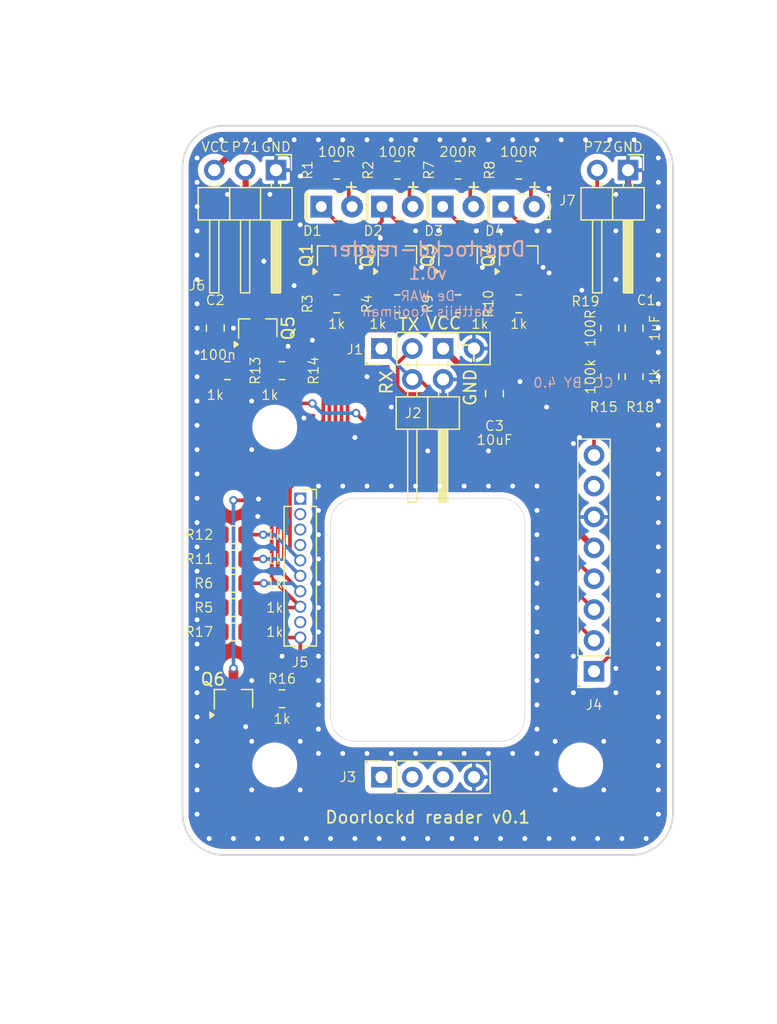
<source format=kicad_pcb>
(kicad_pcb (version 20240108) (generator "pcbnew") (generator_version "8.0")
  (layers (0 "F.Cu" signal) (31 "B.Cu" power) (34 "B.Paste" user) (35 "F.Paste" user) (36 "B.SilkS" user "B.Silkscreen") (37 "F.SilkS" user "F.Silkscreen") (38 "B.Mask" user) (39 "F.Mask" user) (44 "Edge.Cuts" user))
  (property "BOARD_REVISION" "dev")
  (property "COMPONENTS_DATE" "dev")
  (property "GIT_REVISION_INFO" "")
  (property "SHEETPATH" "N/A")
  (property "VARIANT" "")
  (net 0 "")
  (net 1 "GND")
  (net 2 "Net-(D1-K)")
  (net 3 "Net-(D1-A)")
  (net 4 "Net-(D2-K)")
  (net 5 "Net-(D2-A)")
  (net 6 "Net-(D3-K)")
  (net 7 "Net-(D3-A)")
  (net 8 "Net-(D4-K)")
  (net 9 "Net-(D4-A)")
  (net 10 "TX")
  (net 11 "RX")
  (net 12 "TX_SHIFTED")
  (net 13 "RX_SHIFTED")
  (net 14 "RSTOUT_N")
  (net 15 "IRQ")
  (net 16 "P71")
  (net 17 "P72")
  (net 18 "AUX1")
  (net 19 "AUX2")
  (net 20 "P30")
  (net 21 "P31")
  (net 22 "P32")
  (net 23 "P33")
  (net 24 "P34")
  (net 25 "SIGOUT")
  (net 26 "SIGIN")
  (net 27 "RSTPD_N")
  (net 28 "VCC")
  (net 29 "Net-(J6-Pin_2)")
  (net 30 "Net-(Q1-G)")
  (net 31 "Net-(Q2-G)")
  (net 32 "Net-(Q3-G)")
  (net 33 "Net-(Q4-G)")
  (net 34 "Net-(Q5-G)")
  (net 35 "UNUSED_VCC")
  (net 36 "Net-(Q6-G)")
  (net 37 "Net-(C1-Pad1)")
  (net 38 "Net-(J7-Pin_2)")
  (footprint "Capacitor_SMD:C_0805_2012Metric_Pad1.18x1.45mm_HandSolder" (layer "F.Cu") (at 117 78 90)
    (property "Reference" "C1")
    (property "Value" "1uF")
  )
  (footprint "LED_THT:LED_Rectangular_W5.0mm_H2.0mm" (layer "F.Cu") (at 101.23 68)
    (property "Reference" "D3")
    (property "Value" "LED")
  )
  (footprint "LED_THT:LED_Rectangular_W5.0mm_H2.0mm" (layer "F.Cu") (at 91.23 68)
    (property "Reference" "D1")
    (property "Value" "LED")
  )
  (footprint "LED_THT:LED_Rectangular_W5.0mm_H2.0mm" (layer "F.Cu") (at 96.23 68)
    (property "Reference" "D2")
    (property "Value" "LED")
  )
  (footprint "LED_THT:LED_Rectangular_W5.0mm_H2.0mm" (layer "F.Cu") (at 106.23 68)
    (property "Reference" "D4")
    (property "Value" "LED")
  )
  (footprint "Connector_PinSocket_2.54mm:PinSocket_1x04_P2.54mm_Vertical" (layer "F.Cu") (at 96.19 114.95 90)
    (property "Reference" "J3")
    (property "Value" "Conn_01x04" (hide yes))
  )
  (footprint "Connector_PinSocket_2.54mm:PinSocket_1x08_P2.54mm_Vertical" (layer "F.Cu") (at 113.7 106.24 180)
    (property "Reference" "J4")
    (property "Value" "Conn_01x08" (hide yes))
  )
  (footprint "Connector_PinSocket_1.27mm:PinSocket_1x10_P1.27mm_Vertical" (layer "F.Cu") (at 89.5 92.035)
    (property "Reference" "J5")
    (property "Value" "Conn_01x10" (hide yes))
  )
  (footprint "Connector_PinHeader_2.54mm:PinHeader_1x02_P2.54mm_Horizontal" (layer "F.Cu") (at 116.5 65 -90)
    (property "Reference" "J7")
    (property "Value" "Conn_01x02" (hide yes))
  )
  (footprint "Connector_PinHeader_2.54mm:PinHeader_1x03_P2.54mm_Horizontal" (layer "F.Cu") (at 87.5 65 -90)
    (property "Reference" "J6")
    (property "Value" "Conn_01x03" (hide yes))
  )
  (footprint "Package_TO_SOT_SMD:SOT-23_Handsoldering" (layer "F.Cu") (at 86 78 90)
    (property "Reference" "Q5")
    (property "Value" "2N7002")
  )
  (footprint "Package_TO_SOT_SMD:SOT-23_Handsoldering" (layer "F.Cu") (at 102.5 72 90)
    (property "Reference" "Q3")
    (property "Value" "2N7002")
  )
  (footprint "Package_TO_SOT_SMD:SOT-23_Handsoldering" (layer "F.Cu") (at 92.5 72 90)
    (property "Reference" "Q1")
    (property "Value" "2N7002")
  )
  (footprint "Package_TO_SOT_SMD:SOT-23_Handsoldering" (layer "F.Cu") (at 97.5 72 90)
    (property "Reference" "Q2")
    (property "Value" "2N7002")
  )
  (footprint "Package_TO_SOT_SMD:SOT-23_Handsoldering" (layer "F.Cu") (at 107.5 72 90)
    (property "Reference" "Q4")
    (property "Value" "2N7002")
  )
  (footprint "Resistor_SMD:R_0805_2012Metric_Pad1.20x1.40mm_HandSolder" (layer "F.Cu") (at 88 81.5)
    (property "Reference" "R14")
    (property "Value" "1k")
  )
  (footprint "Resistor_SMD:R_0805_2012Metric_Pad1.20x1.40mm_HandSolder" (layer "F.Cu") (at 83.5 81.5)
    (property "Reference" "R13")
    (property "Value" "1k")
  )
  (footprint "Resistor_SMD:R_0805_2012Metric_Pad1.20x1.40mm_HandSolder" (layer "F.Cu") (at 115 82 90)
    (property "Reference" "R15")
    (property "Value" "100k")
  )
  (footprint "Resistor_SMD:R_0805_2012Metric_Pad1.20x1.40mm_HandSolder" (layer "F.Cu") (at 84 97 180)
    (property "Reference" "R11")
    (property "Value" "1k")
  )
  (footprint "Resistor_SMD:R_0805_2012Metric_Pad1.20x1.40mm_HandSolder" (layer "F.Cu") (at 84 101 180)
    (property "Reference" "R5")
    (property "Value" "1k")
  )
  (footprint "Resistor_SMD:R_0805_2012Metric_Pad1.20x1.40mm_HandSolder" (layer "F.Cu") (at 102.5 76)
    (property "Reference" "R9")
    (property "Value" "1k")
  )
  (footprint "Resistor_SMD:R_0805_2012Metric_Pad1.20x1.40mm_HandSolder" (layer "F.Cu") (at 92.5 76)
    (property "Reference" "R3")
    (property "Value" "1k")
  )
  (footprint "Resistor_SMD:R_0805_2012Metric_Pad1.20x1.40mm_HandSolder" (layer "F.Cu") (at 102.5 65)
    (property "Reference" "R7")
    (property "Value" "200R")
  )
  (footprint "Resistor_SMD:R_0805_2012Metric_Pad1.20x1.40mm_HandSolder" (layer "F.Cu") (at 92.5 65)
    (property "Reference" "R1")
    (property "Value" "100R")
  )
  (footprint "Resistor_SMD:R_0805_2012Metric_Pad1.20x1.40mm_HandSolder" (layer "F.Cu") (at 84 99 180)
    (property "Reference" "R6")
    (property "Value" "1k")
  )
  (footprint "Resistor_SMD:R_0805_2012Metric_Pad1.20x1.40mm_HandSolder" (layer "F.Cu") (at 84 95 180)
    (property "Reference" "R12")
    (property "Value" "1k")
  )
  (footprint "Resistor_SMD:R_0805_2012Metric_Pad1.20x1.40mm_HandSolder" (layer "F.Cu") (at 97.5 76)
    (property "Reference" "R4")
    (property "Value" "1k")
  )
  (footprint "Resistor_SMD:R_0805_2012Metric_Pad1.20x1.40mm_HandSolder" (layer "F.Cu") (at 107.5 76)
    (property "Reference" "R10")
    (property "Value" "1k")
  )
  (footprint "Resistor_SMD:R_0805_2012Metric_Pad1.20x1.40mm_HandSolder" (layer "F.Cu") (at 97.5 65)
    (property "Reference" "R2")
    (property "Value" "100R")
  )
  (footprint "Resistor_SMD:R_0805_2012Metric_Pad1.20x1.40mm_HandSolder" (layer "F.Cu") (at 107.5 65)
    (property "Reference" "R8")
    (property "Value" "100R")
  )
  (footprint "Connector_PinHeader_2.54mm:PinHeader_2x02_P2.54mm_Horizontal" (layer "F.Cu") (at 101.27 79.68 -90)
    (property "Reference" "J2")
    (property "Value" "Amphenol Dubox ‎76383-402LF‎" (hide yes))
  )
  (footprint "MountingHole:MountingHole_3.2mm_M3" (layer "F.Cu") (at 87.4 86.15)
    (property "Reference" "H1" (hide yes))
    (property "Value" "MountingHole" (hide yes))
  )
  (footprint "MountingHole:MountingHole_3.2mm_M3" (layer "F.Cu") (at 87.4 113.95)
    (property "Reference" "H2" (hide yes))
    (property "Value" "MountingHole" (hide yes))
  )
  (footprint "MountingHole:MountingHole_3.2mm_M3" (layer "F.Cu") (at 112.6 113.95)
    (property "Reference" "H3" (hide yes))
    (property "Value" "MountingHole" (hide yes))
  )
  (footprint "Connector_PinHeader_2.54mm:PinHeader_1x04_P2.54mm_Vertical" (layer "F.Cu") (at 96.19 79.68 90)
    (property "Reference" "J1")
    (property "Value" "Conn_01x04" (hide yes))
  )
  (footprint "Package_TO_SOT_SMD:SOT-23_Handsoldering" (layer "F.Cu") (at 84 108.5 90)
    (property "Reference" "Q6")
    (property "Value" "2N7002")
  )
  (footprint "Resistor_SMD:R_0805_2012Metric_Pad1.20x1.40mm_HandSolder" (layer "F.Cu") (at 88 108.5)
    (property "Reference" "R16")
    (property "Value" "1k")
  )
  (footprint "Resistor_SMD:R_0805_2012Metric_Pad1.20x1.40mm_HandSolder" (layer "F.Cu") (at 84 103 180)
    (property "Reference" "R17")
    (property "Value" "1k")
  )
  (footprint "Capacitor_SMD:C_0805_2012Metric_Pad1.18x1.45mm_HandSolder" (layer "F.Cu") (at 82.5 78 90)
    (property "Reference" "C2")
    (property "Value" "100n")
  )
  (footprint "Capacitor_SMD:C_0805_2012Metric_Pad1.18x1.45mm_HandSolder" (layer "F.Cu") (at 105.5 83.4 -90)
    (property "Reference" "C3")
    (property "Value" "10uF")
  )
  (footprint "Resistor_SMD:R_0805_2012Metric_Pad1.20x1.40mm_HandSolder" (layer "F.Cu") (at 117 82 90)
    (property "Reference" "R18")
    (property "Value" "1k")
  )
  (footprint "Resistor_SMD:R_0805_2012Metric_Pad1.20x1.40mm_HandSolder" (layer "F.Cu") (at 115 78 90)
    (property "Reference" "R19")
    (property "Value" "100R")
  )
  (gr_line (start 103.5 79.4) (end 102.8 79.4) (stroke (width 0.15)) (layer "F.SilkS"))
  (gr_line (start 103.8 80.7) (end 103.8 80.2) (stroke (width 0.15)) (layer "F.SilkS"))
  (gr_line (start 94 92) (end 106 92) (stroke (width 0.05)) (layer "Edge.Cuts"))
  (gr_line (start 83.2 121.35) (end 116.8 121.35) (stroke (width 0.15)) (layer "Edge.Cuts"))
  (gr_arc (start 83.2 121.35) (mid 80.795837 120.354163) (end 79.8 117.95) (stroke (width 0.15)) (layer "Edge.Cuts"))
  (gr_arc (start 120.2 117.95) (mid 119.204163 120.354163) (end 116.8 121.35) (stroke (width 0.15)) (layer "Edge.Cuts"))
  (gr_line (start 79.8 64.75) (end 79.8 117.95) (stroke (width 0.15)) (layer "Edge.Cuts"))
  (gr_line (start 116.8 61.35) (end 83.2 61.35) (stroke (width 0.15)) (layer "Edge.Cuts"))
  (gr_arc (start 116.8 61.35) (mid 119.204163 62.345837) (end 120.2 64.75) (stroke (width 0.15)) (layer "Edge.Cuts"))
  (gr_arc (start 79.8 64.75) (mid 80.795837 62.345837) (end 83.2 61.35) (stroke (width 0.15)) (layer "Edge.Cuts"))
  (gr_line (start 106 112) (end 94 112) (stroke (width 0.05)) (layer "Edge.Cuts"))
  (gr_line (start 108 94) (end 108 110) (stroke (width 0.05)) (layer "Edge.Cuts"))
  (gr_arc (start 108 110) (mid 107.414214 111.414214) (end 106 112) (stroke (width 0.05)) (layer "Edge.Cuts"))
  (gr_arc (start 92 94) (mid 92.585786 92.585786) (end 94 92) (stroke (width 0.05)) (layer "Edge.Cuts"))
  (gr_line (start 120.2 117.95) (end 120.2 64.75) (stroke (width 0.15)) (layer "Edge.Cuts"))
  (gr_arc (start 106 92) (mid 107.414214 92.585786) (end 108 94) (stroke (width 0.05)) (layer "Edge.Cuts"))
  (gr_line (start 92 110) (end 92 94) (stroke (width 0.05)) (layer "Edge.Cuts"))
  (gr_arc (start 94 112) (mid 92.585786 111.414214) (end 92 110) (stroke (width 0.05)) (layer "Edge.Cuts"))
  (gr_text "De WAR\nMatthijs Kooijman" (at 100 76 0) (layer "B.SilkS") (effects (font (size 0.8 0.8) (thickness 0.1)) (justify mirror)))
  (gr_text "CC-BY 4.0" (at 112 82.5 0) (layer "B.SilkS") (effects (font (size 0.8 0.8) (thickness 0.1)) (justify mirror)))
  (gr_text "v0.1" (at 100 73.5 0) (layer "B.SilkS") (effects (font (size 1 1)) (justify mirror)))
  (gr_text "Doorlockd-reader" (at 100 71.5 0) (layer "B.SilkS") (effects (font (size 1.2 1.2) (thickness 0.17)) (justify mirror)))
  (gr_text "RX" (at 96.6 81.4 90) (layer "F.SilkS") (effects (font (size 1 1)) (justify right)))
  (gr_text "TX" (at 99.4 77.7 0) (layer "F.SilkS") (effects (font (size 1 1)) (justify right)))
  (gr_text "VCC" (at 99.8 77.6 0) (layer "F.SilkS") (effects (font (size 1 1)) (justify left)))
  (gr_text "GND" (at 116.5 63.1 0) (layer "F.SilkS") (effects (font (size 0.8 0.8) (thickness 0.1))))
  (gr_text "P72" (at 114 63.1 0) (layer "F.SilkS") (effects (font (size 0.8 0.8) (thickness 0.1))))
  (gr_text "GND" (at 87.5 63.1 0) (layer "F.SilkS") (effects (font (size 0.8 0.8) (thickness 0.1))))
  (gr_text "VCC" (at 82.5 63.1 0) (layer "F.SilkS") (effects (font (size 0.8 0.8) (thickness 0.1))))
  (gr_text "P71" (at 85 63.1 0) (layer "F.SilkS") (effects (font (size 0.8 0.8) (thickness 0.1))))
  (gr_text "Doorlockd reader v0.1" (at 100 118.25 0) (layer "F.SilkS") (effects (font (size 1 1))))
  (gr_text "+" (at 108.8 66.9 0) (layer "F.SilkS") (effects (font (size 1 1)) (justify bottom)))
  (gr_text "GND" (at 103.5 84.5 90) (layer "F.SilkS") (effects (font (size 1 1)) (justify left)))
  (gr_text "+" (at 103.8 66.9 0) (layer "F.SilkS") (effects (font (size 1 1)) (justify bottom)))
  (gr_text "+" (at 98.8 66.9 0) (layer "F.SilkS") (effects (font (size 1 1)) (justify bottom)))
  (gr_text "+" (at 93.7 66.9 0) (layer "F.SilkS") (effects (font (size 1 1)) (justify bottom)))
  (segment (start 89 80) (end 89 81.5) (width 0.3) (layer "F.Cu") (net 1))
  (segment (start 88 79) (end 88.5 79.5) (width 0.5) (layer "F.Cu") (net 1))
  (segment (start 88.5 79.5) (end 89 80) (width 0.5) (layer "F.Cu") (net 1))
  (segment (start 86.95 79) (end 88 79) (width 0.3) (layer "F.Cu") (net 1))
  (segment (start 84.95 109.5) (end 84.95 110.75) (width 0.3) (layer "F.Cu") (net 1))
  (segment (start 84.95 110.75) (end 85 110.8) (width 0.5) (layer "F.Cu") (net 1))
  (segment (start 98.45 73) (end 98.5 73) (width 0.5) (layer "F.Cu") (net 1))
  (segment (start 116.5 73) (end 117 73.5) (width 0.5) (layer "F.Cu") (net 1))
  (segment (start 117 73.5) (end 117 76.9625) (width 0.3) (layer "F.Cu") (net 1))
  (segment (start 93.45 73) (end 94.5 73) (width 0.3) (layer "F.Cu") (net 1))
  (segment (start 98.5 73) (end 99.5 73) (width 0.3) (layer "F.Cu") (net 1))
  (segment (start 116.5 65) (end 116.5 73) (width 0.5) (layer "F.Cu") (net 1))
  (segment (start 108.45 73) (end 109.5 73) (width 0.3) (layer "F.Cu") (net 1))
  (segment (start 103.45 73) (end 104.5 73) (width 0.3) (layer "F.Cu") (net 1))
  (via (at 81 94) (size 0.7) (drill 0.4) (layers "F.Cu" "B.Cu") (net 1))
  (via (at 91 111) (size 0.7) (drill 0.4) (layers "F.Cu" "B.Cu") (net 1))
  (via (at 91 101) (size 0.7) (drill 0.4) (layers "F.Cu" "B.Cu") (net 1))
  (via (at 116 120) (size 0.7) (drill 0.4) (layers "F.Cu" "B.Cu") (net 1))
  (via (at 119 88) (size 0.7) (drill 0.4) (layers "F.Cu" "B.Cu") (net 1))
  (via (at 95 62.5) (size 0.7) (drill 0.4) (layers "F.Cu" "B.Cu") (net 1))
  (via (at 96 120) (size 0.7) (drill 0.4) (layers "F.Cu" "B.Cu") (net 1))
  (via (at 107 62.5) (size 0.7) (drill 0.4) (layers "F.Cu" "B.Cu") (net 1))
  (via (at 83 62.5) (size 0.7) (drill 0.4) (layers "F.Cu" "B.Cu") (net 1))
  (via (at 95 91) (size 0.7) (drill 0.4) (layers "F.Cu" "B.Cu") (net 1))
  (via (at 93 62.5) (size 0.7) (drill 0.4) (layers "F.Cu" "B.Cu") (net 1))
  (via (at 85.5 112) (size 0.7) (drill 0.4) (layers "F.Cu" "B.Cu") (net 1))
  (via (at 109 103) (size 0.7) (drill 0.4) (layers "F.Cu" "B.Cu") (net 1))
  (via (at 108 120) (size 0.7) (drill 0.4) (layers "F.Cu" "B.Cu") (net 1))
  (via (at 106 120) (size 0.7) (drill 0.4) (layers "F.Cu" "B.Cu") (net 1))
  (via (at 81 114) (size 0.7) (drill 0.4) (layers "F.Cu" "B.Cu") (net 1))
  (via (at 81 116) (size 0.7) (drill 0.4) (layers "F.Cu" "B.Cu") (net 1))
  (via (at 119 110) (size 0.7) (drill 0.4) (layers "F.Cu" "B.Cu") (net 1))
  (via (at 104 120) (size 0.7) (drill 0.4) (layers "F.Cu" "B.Cu") (net 1))
  (via (at 81 118) (size 0.7) (drill 0.4) (layers "F.Cu" "B.Cu") (net 1))
  (via (at 115.5 74) (size 0.7) (drill 0.4) (layers "F.Cu" "B.Cu") (net 1))
  (via (at 119 66) (size 0.7) (drill 0.4) (layers "F.Cu" "B.Cu") (net 1))
  (via (at 100 120) (size 0.7) (drill 0.4) (layers "F.Cu" "B.Cu") (net 1))
  (via (at 119 84) (size 0.7) (drill 0.4) (layers "F.Cu" "B.Cu") (net 1))
  (via (at 88 120) (size 0.7) (drill 0.4) (layers "F.Cu" "B.Cu") (net 1))
  (via (at 89 74.5) (size 0.7) (drill 0.4) (layers "F.Cu" "B.Cu") (net 1))
  (via (at 84 120) (size 0.7) (drill 0.4) (layers "F.Cu" "B.Cu") (net 1))
  (via (at 119 96) (size 0.7) (drill 0.4) (layers "F.Cu" "B.Cu") (net 1))
  (via (at 91 103) (size 0.7) (drill 0.4) (layers "F.Cu" "B.Cu") (net 1))
  (via (at 112 105) (size 0.7) (drill 0.4) (layers "F.Cu" "B.Cu") (net 1))
  (via (at 102 120) (size 0.7) (drill 0.4) (layers "F.Cu" "B.Cu") (net 1))
  (via (at 119 92) (size 0.7) (drill 0.4) (layers "F.Cu" "B.Cu") (net 1))
  (via (at 81 80) (size 0.7) (drill 0.4) (layers "F.Cu" "B.Cu") (net 1))
  (via (at 119 74) (size 0.7) (drill 0.4) (layers "F.Cu" "B.Cu") (net 1))
  (via (at 94 120) (size 0.7) (drill 0.4) (layers "F.Cu" "B.Cu") (net 1))
  (via (at 81 82) (size 0.7) (drill 0.4) (layers "F.Cu" "B.Cu") (net 1))
  (via (at 109 99) (size 0.7) (drill 0.4) (layers "F.Cu" "B.Cu") (net 1))
  (via (at 88.5 79.5) (size 0.7) (drill 0.4) (layers "F.Cu" "B.Cu") (net 1))
  (via (at 92 120) (size 0.7) (drill 0.4) (layers "F.Cu" "B.Cu") (net 1))
  (via (at 101 62.5) (size 0.7) (drill 0.4) (layers "F.Cu" "B.Cu") (net 1))
  (via (at 103 62.5) (size 0.7) (drill 0.4) (layers "F.Cu" "B.Cu") (net 1))
  (via (at 109 107) (size 0.7) (drill 0.4) (layers "F.Cu" "B.Cu") (net 1))
  (via (at 109 62.5) (size 0.7) (drill 0.4) (layers "F.Cu" "B.Cu") (net 1))
  (via (at 99 62.5) (size 0.7) (drill 0.4) (layers "F.Cu" "B.Cu") (net 1))
  (via (at 104 70) (size 0.7) (drill 0.4) (layers "F.Cu" "B.Cu") (net 1))
  (via (at 96.1 70.6) (size 0.7) (drill 0.4) (layers "F.Cu" "B.Cu") (net 1))
  (via (at 81 86) (size 0.7) (drill 0.4) (layers "F.Cu" "B.Cu") (net 1))
  (via (at 81 104) (size 0.7) (drill 0.4) (layers "F.Cu" "B.Cu") (net 1))
  (via (at 85 62.5) (size 0.7) (drill 0.4) (layers "F.Cu" "B.Cu") (net 1))
  (via (at 101 91) (size 0.7) (drill 0.4) (layers "F.Cu" "B.Cu") (net 1))
  (via (at 119 64) (size 0.7) (drill 0.4) (layers "F.Cu" "B.Cu") (net 1))
  (via (at 115.5 70) (size 0.7) (drill 0.4) (layers "F.Cu" "B.Cu") (net 1))
  (via (at 89.5 112) (size 0.7) (drill 0.4) (layers "F.Cu" "B.Cu") (net 1))
  (via (at 89.8 85.4) (size 0.7) (drill 0.4) (layers "F.Cu" "B.Cu") (net 1))
  (via (at 81 96) (size 0.7) (drill 0.4) (layers "F.Cu" "B.Cu") (net 1))
  (via (at 107.6 82.4) (size 0.7) (drill 0.4) (layers "F.Cu" "B.Cu") (net 1))
  (via (at 101 113) (size 0.7) (drill 0.4) (layers "F.Cu" "B.Cu") (net 1))
  (via (at 99 70) (size 0.7) (drill 0.4) (layers "F.Cu" "B.Cu") (net 1))
  (via (at 109 93) (size 0.7) (drill 0.4) (layers "F.Cu" "B.Cu") (net 1))
  (via (at 119 70) (size 0.7) (drill 0.4) (layers "F.Cu" "B.Cu") (net 1))
  (via (at 85.5 84) (size 0.7) (drill 0.4) (layers "F.Cu" "B.Cu") (net 1))
  (via (at 112 120) (size 0.7) (drill 0.4) (layers "F.Cu" "B.Cu") (net 1))
  (via (at 112 87.5) (size 0.7) (drill 0.4) (layers "F.Cu" "B.Cu") (net 1))
  (via (at 119 100) (size 0.7) (drill 0.4) (layers "F.Cu" "B.Cu") (net 1))
  (via (at 91 95) (size 0.7) (drill 0.4) (layers "F.Cu" "B.Cu") (net 1))
  (via (at 85.5 116) (size 0.7) (drill 0.4) (layers "F.Cu" "B.Cu") (net 1))
  (via (at 82 120) (size 0.7) (drill 0.4) (layers "F.Cu" "B.Cu") (net 1))
  (via (at 86.5 72.5) (size 0.7) (drill 0.4) (layers "F.Cu" "B.Cu") (net 1))
  (via (at 119 72) (size 0.7) (drill 0.4) (layers "F.Cu" "B.Cu") (net 1))
  (via (at 114.5 112) (size 0.7) (drill 0.4) (layers "F.Cu" "B.Cu") (net 1))
  (via (at 114.5 116) (size 0.7) (drill 0.4) (layers "F.Cu" "B.Cu") (net 1))
  (via (at 119 82) (size 0.7) (drill 0.4) (layers "F.Cu" "B.Cu") (net 1))
  (via (at 100 88.1) (size 0.7) (drill 0.4) (layers "F.Cu" "B.Cu") (net 1))
  (via (at 81 106) (size 0.7) (drill 0.4) (layers "F.Cu" "B.Cu") (net 1))
  (via (at 84 78) (size 0.7) (drill 0.4) (layers "F.Cu" "B.Cu") (net 1))
  (via (at 115.5 67) (size 0.7) (drill 0.4) (layers "F.Cu" "B.Cu") (net 1))
  (via (at 119 78) (size 0.7) (drill 0.4) (layers "F.Cu" "B.Cu") (net 1))
  (via (at 109.5 73) (size 0.7) (drill 0.4) (layers "F.Cu" "B.Cu") (net 1))
  (via (at 81 92) (size 0.7) (drill 0.4) (layers "F.Cu" "B.Cu") (net 1))
  (via (at 119 98) (size 0.7) (drill 0.4) (layers "F.Cu" "B.Cu") (net 1))
  (via (at 110 66.5) (size 0.7) (drill 0.4) (layers "F.Cu" "B.Cu") (net 1))
  (via (at 109 97) (size 0.7) (drill 0.4) (layers "F.Cu" "B.Cu") (net 1))
  (via (at 109 105) (size 0.7) (drill 0.4) (layers "F.Cu" "B.Cu") (net 1))
  (via (at 97 91) (size 0.7) (drill 0.4) (layers "F.Cu" "B.Cu") (net 1))
  (via (at 105 88.1) (size 0.7) (drill 0.4) (layers "F.Cu" "B.Cu") (net 1))
  (via (at 81 110) (size 0.7) (drill 0.4) (layers "F.Cu" "B.Cu") (net 1))
  (via (at 94 87) (size 0.7) (drill 0.4) (layers "F.Cu" "B.Cu") (net 1))
  (via (at 119 94) (size 0.7) (drill 0.4) (layers "F.Cu" "B.Cu") (net 1))
  (via (at 86.065686 92.065686) (size 0.7) (drill 0.4) (layers "F.Cu" "B.Cu") (net 1))
  (via (at 103 91) (size 0.7) (drill 0.4) (layers "F.Cu" "B.Cu") (net 1))
  (via (at 81 78) (size 0.7) (drill 0.4) (layers "F.Cu" "B.Cu") (net 1))
  (via (at 98 120) (size 0.7) (drill 0.4) (layers "F.Cu" "B.Cu") (net 1))
  (via (at 99 91) (size 0.7) (drill 0.4) (layers "F.Cu" "B.Cu") (net 1))
  (via (at 89 62.5) (size 0.7) (drill 0.4) (layers "F.Cu" "B.Cu") (net 1))
  (via (at 86 120) (size 0.7) (drill 0.4) (layers "F.Cu" "B.Cu") (net 1))
  (via (at 110 120) (size 0.7) (drill 0.4) (layers "F.Cu" "B.Cu") (net 1))
  (via (at 105 113) (size 0.7) (drill 0.4) (layers "F.Cu" "B.Cu") (net 1))
  (via (at 91 91) (size 0.7) (drill 0.4) (layers "F.Cu" "B.Cu") (net 1))
  (via (at 109 101) (size 0.7) (drill 0.4) (layers "F.Cu" "B.Cu") (net 1))
  (via (at 81 74) (size 0.7) (drill 0.4) (layers "F.Cu" "B.Cu") (net 1))
  (via (at 81 84) (size 0.7) (drill 0.4) (layers "F.Cu" "B.Cu") (net 1))
  (via (at 81 112) (size 0.7) (drill 0.4) (layers "F.Cu" "B.Cu") (net 1))
  (via (at 119 118) (size 0.7) (drill 0.4) (layers "F.Cu" "B.Cu") (net 1))
  (via (at 119 68) (size 0.7) (drill 0.4) (layers "F.Cu" "B.Cu") (net 1))
  (via (at 109 70) (size 0.7) (drill 0.4) (layers "F.Cu" "B.Cu") (net 1))
  (via (at 119 86) (size 0.7) (drill 0.4) (layers "F.Cu" "B.Cu") (net 1))
  (via (at 112.696523 74.87905) (size 0.7) (drill 0.4) (layers "F.Cu" "B.Cu") (net 1))
  (via (at 114 120) (size 0.7) (drill 0.4) (layers "F.Cu" "B.Cu") (net 1))
  (via (at 107 113) (size 0.7) (drill 0.4) (layers "F.Cu" "B.Cu") (net 1))
  (via (at 107 91) (size 0.7) (drill 0.4) (layers "F.Cu" "B.Cu") (net 1))
  (via (at 119 116) (size 0.7) (drill 0.4) (layers "F.Cu" "B.Cu") (net 1))
  (via (at 110 70) (size 0.7) (drill 0.4) (layers "F.Cu" "B.Cu") (net 1))
  (via (at 117 62.5) (size 0.7) (drill 0.4) (layers "F.Cu" "B.Cu") (net 1))
  (via (at 91 105) (size 0.7) (drill 0.4) (layers "F.Cu" "B.Cu") (net 1))
  (via (at 90 120) (size 0.7) (drill 0.4) (layers "F.Cu" "B.Cu") (net 1))
  (via (at 89.5 65.5) (size 0.7) (drill 0.4) (layers "F.Cu" "B.Cu") (net 1))
  (via (at 81 70) (size 0.7) (drill 0.4) (layers "F.Cu" "B.Cu") (net 1))
  (via (at 81 68) (size 0.7) (drill 0.4) (layers "F.Cu" "B.Cu") (net 1))
  (via (at 90.5 79) (size 0.7) (drill 0.4) (layers "F.Cu" "B.Cu") (net 1))
  (via (at 95 82) (size 0.7) (drill 0.4) (layers "F.Cu" "B.Cu") (net 1))
  (via (at 97 62.5) (size 0.7) (drill 0.4) (layers "F.Cu" "B.Cu") (net 1))
  (via (at 119 114) (size 0.7) (drill 0.4) (layers "F.Cu" "B.Cu") (net 1))
  (via (at 91 107) (size 0.7) (drill 0.4) (layers "F.Cu" "B.Cu") (net 1))
  (via (at 119 104) (size 0.7) (drill 0.4) (layers "F.Cu" "B.Cu") (net 1))
  (via (at 109.997364 73.461418) (size 0.7) (drill 0.4) (layers "F.Cu" "B.Cu") (net 1))
  (via (at 81 100) (size 0.7) (drill 0.4) (layers "F.Cu" "B.Cu") (net 1))
  (via (at 118 120) (size 0.7) (drill 0.4) (layers "F.Cu" "B.Cu") (net 1))
  (via (at 119 90) (size 0.7) (drill 0.4) (layers "F.Cu" "B.Cu") (net 1))
  (via (at 113 62.5) (size 0.7) (drill 0.4) (layers "F.Cu" "B.Cu") (net 1))
  (via (at 85.5 107) (size 0.7) (drill 0.4) (layers "F.Cu" "B.Cu") (net 1))
  (via (at 115.5 108) (size 0.7) (drill 0.4) (layers "F.Cu" "B.Cu") (net 1))
  (via (at 97 113) (size 0.7) (drill 0.4) (layers "F.Cu" "B.Cu") (net 1))
  (via (at 109 109) (size 0.7) (drill 0.4) (layers "F.Cu" "B.Cu") (net 1))
  (via (at 94.5 73) (size 0.7) (drill 0.4) (layers "F.Cu" "B.Cu") (net 1))
  (via (at 91 113) (size 0.7) (drill 0.4) (layers "F.Cu" "B.Cu") (net 1))
  (via (at 91 97) (size 0.7) (drill 0.4) (layers "F.Cu" "B.Cu") (net 1))
  (via (at 85.5 88) (size 0.7) (drill 0.4) (layers "F.Cu" "B.Cu") (net 1))
  (via (at 110.5 116) (size 0.7) (drill 0.4) (layers "F.Cu" "B.Cu") (net 1))
  (via (at 119 112) (size 0.7) (drill 0.4) (layers "F.Cu" "B.Cu") (net 1))
  (via (at 119 76) (size 0.7) (drill 0.4) (layers "F.Cu" "B.Cu") (net 1))
  (via (at 112.5 87) (size 0.7) (drill 0.4) (layers "F.Cu" "B.Cu") (net 1))
  (via (at 119 102) (size 0.7) (drill 0.4) (layers "F.Cu" "B.Cu") (net 1))
  (via (at 97 84.5) (size 0.7) (drill 0.4) (layers "F.Cu" "B.Cu") (net 1))
  (via (at 112 108) (size 0.7) (drill 0.4) (layers "F.Cu" "B.Cu") (net 1))
  (via (at 119 80) (size 0.7) (drill 0.4) (layers "F.Cu" "B.Cu") (net 1))
  (via (at 109.8 84.5) (size 0.7) (drill 0.4) (layers "F.Cu" "B.Cu") (net 1))
  (via (at 85 110.8) (size 0.7) (drill 0.4) (layers "F.Cu" "B.Cu") (net 1))
  (via (at 109 111) (size 0.7) (drill 0.4) (layers "F.Cu" "B.Cu") (net 1))
  (via (at 81 72) (size 0.7) (drill 0.4) (layers "F.Cu" "B.Cu") (net 1))
  (via (at 109 91) (size 0.7) (drill 0.4) (layers "F.Cu" "B.Cu") (net 1))
  (via (at 93 91) (size 0.7) (drill 0.4) (layers "F.Cu" "B.Cu") (net 1))
  (via (at 109 95) (size 0.7) (drill 0.4) (layers "F.Cu" "B.Cu") (net 1))
  (via (at 89.5 116) (size 0.7) (drill 0.4) (layers "F.Cu" "B.Cu") (net 1))
  (via (at 81 102) (size 0.7) (drill 0.4) (layers "F.Cu" "B.Cu") (net 1))
  (via (at 109 113) (size 0.7) (drill 0.4) (layers "F.Cu" "B.Cu") (net 1))
  (via (at 105 91) (size 0.7) (drill 0.4) (layers "F.Cu" "B.Cu") (net 1))
  (via (at 81 108) (size 0.7) (drill 0.4) (layers "F.Cu" "B.Cu") (net 1))
  (via (at 119 106) (size 0.7) (drill 0.4) (layers "F.Cu" "B.Cu") (net 1))
  (via (at 91 62.5) (size 0.7) (drill 0.4) (layers "F.Cu" "B.Cu") (net 1))
  (via (at 88 105) (size 0.7) (drill 0.4) (layers "F.Cu" "B.Cu") (net 1))
  (via (at 81 98) (size 0.7) (drill 0.4) (layers "F.Cu" "B.Cu") (net 1))
  (via (at 91 109) (size 0.7) (drill 0.4) (layers "F.Cu" "B.Cu") (net 1))
  (via (at 103 113) (size 0.7) (drill 0.4) (layers "F.Cu" "B.Cu") (net 1))
  (via (at 87 62.5) (size 0.7) (drill 0.4) (layers "F.Cu" "B.Cu") (net 1))
  (via (at 87 67) (size 0.7) (drill 0.4) (layers "F.Cu" "B.Cu") (net 1))
  (via (at 86 93.5) (size 0.7) (drill 0.4) (layers "F.Cu" "B.Cu") (net 1))
  (via (at 110.5 112) (size 0.7) (drill 0.4) (layers "F.Cu" "B.Cu") (net 1))
  (via (at 81 88) (size 0.7) (drill 0.4) (layers "F.Cu" "B.Cu") (net 1))
  (via (at 81 66) (size 0.7) (drill 0.4) (layers "F.Cu" "B.Cu") (net 1))
  (via (at 105 62.5) (size 0.7) (drill 0.4) (layers "F.Cu" "B.Cu") (net 1))
  (via (at 100.9 69.99) (size 0.7) (drill 0.4) (layers "F.Cu" "B.Cu") (net 1))
  (via (at 81 64) (size 0.7) (drill 0.4) (layers "F.Cu" "B.Cu") (net 1))
  (via (at 106 70) (size 0.7) (drill 0.4) (layers "F.Cu" "B.Cu") (net 1))
  (via (at 81 90) (size 0.7) (drill 0.4) (layers "F.Cu" "B.Cu") (net 1))
  (via (at 111 62.5) (size 0.7) (drill 0.4) (layers "F.Cu" "B.Cu") (net 1))
  (via (at 119 108) (size 0.7) (drill 0.4) (layers "F.Cu" "B.Cu") (net 1))
  (via (at 104.5 73) (size 0.7) (drill 0.4) (layers "F.Cu" "B.Cu") (net 1))
  (via (at 91 93) (size 0.7) (drill 0.4) (layers "F.Cu" "B.Cu") (net 1))
  (via (at 93 113) (size 0.7) (drill 0.4) (layers "F.Cu" "B.Cu") (net 1))
  (via (at 81 76) (size 0.7) (drill 0.4) (layers "F.Cu" "B.Cu") (net 1))
  (via (at 91 99) (size 0.7) (drill 0.4) (layers "F.Cu" "B.Cu") (net 1))
  (via (at 115 62.5) (size 0.7) (drill 0.4) (layers "F.Cu" "B.Cu") (net 1))
  (via (at 115.5 106) (size 0.7) (drill 0.4) (layers "F.Cu" "B.Cu") (net 1))
  (via (at 99 113) (size 0.7) (drill 0.4) (layers "F.Cu" "B.Cu") (net 1))
  (via (at 89.5 69.5) (size 0.7) (drill 0.4) (layers "F.Cu" "B.Cu") (net 1))
  (via (at 99.5 73) (size 0.7) (drill 0.4) (layers "F.Cu" "B.Cu") (net 1))
  (via (at 95 113) (size 0.7) (drill 0.4) (layers "F.Cu" "B.Cu") (net 1))
  (via (at 83.5 67) (size 0.7) (drill 0.4) (layers "F.Cu" "B.Cu") (net 1))
  (segment (start 92.5 71) (end 92.5 69.27) (width 0.3) (layer "F.Cu") (net 2))
  (segment (start 92.5 69.27) (end 91.23 68) (width 0.3) (layer "F.Cu") (net 2))
  (segment (start 93.5 67.73) (end 93.77 68) (width 0.3) (layer "F.Cu") (net 3))
  (segment (start 93.5 65) (end 93.5 67.73) (width 0.3) (layer "F.Cu") (net 3))
  (segment (start 91.399957 77.555413) (end 91.399957 85.600043) (width 0.3) (layer "F.Cu") (net 4))
  (segment (start 90.2 72.869998) (end 90.2 76.348546) (width 0.3) (layer "F.Cu") (net 4))
  (segment (start 96.23 69.2) (end 93.629999 71.800001) (width 0.3) (layer "F.Cu") (net 4))
  (segment (start 84.82848 92.17152) (end 84 92.17152) (width 0.3) (layer "F.Cu") (net 4))
  (segment (start 90.55 76.705456) (end 91.399957 77.555413) (width 0.3) (layer "F.Cu") (net 4))
  (segment (start 96.23 68) (end 96.23 69.2) (width 0.3) (layer "F.Cu") (net 4))
  (segment (start 93.629999 71.800001) (end 91.269997 71.800001) (width 0.3) (layer "F.Cu") (net 4))
  (segment (start 90.55 76.698546) (end 90.55 76.705456) (width 0.3) (layer "F.Cu") (net 4))
  (segment (start 91.399957 85.600043) (end 84.82848 92.17152) (width 0.3) (layer "F.Cu") (net 4))
  (segment (start 84 107.5) (end 84 106) (width 0.3) (layer "F.Cu") (net 4))
  (segment (start 91.269997 71.800001) (end 90.2 72.869998) (width 0.3) (layer "F.Cu") (net 4))
  (segment (start 97.5 69.27) (end 96.23 68) (width 0.3) (layer "F.Cu") (net 4))
  (segment (start 97.5 71) (end 97.5 69.27) (width 0.3) (layer "F.Cu") (net 4))
  (segment (start 90.2 76.348546) (end 90.55 76.698546) (width 0.3) (layer "F.Cu") (net 4))
  (via (at 84 106) (size 0.7) (drill 0.4) (layers "F.Cu" "B.Cu") (net 4))
  (via (at 84 92.17152) (size 0.7) (drill 0.4) (layers "F.Cu" "B.Cu") (net 4))
  (segment (start 84 106) (end 84 92.17152) (width 0.3) (layer "B.Cu") (net 4))
  (segment (start 98.5 67.73) (end 98.77 68) (width 0.3) (layer "F.Cu") (net 5))
  (segment (start 98.5 65) (end 98.5 67.73) (width 0.3) (layer "F.Cu") (net 5))
  (segment (start 102.5 69.27) (end 101.23 68) (width 0.3) (layer "F.Cu") (net 6))
  (segment (start 102.5 71) (end 102.5 69.27) (width 0.3) (layer "F.Cu") (net 6))
  (segment (start 103.5 67.73) (end 103.77 68) (width 0.3) (layer "F.Cu") (net 7))
  (segment (start 103.5 65) (end 103.5 67.73) (width 0.3) (layer "F.Cu") (net 7))
  (segment (start 107.5 69.27) (end 106.23 68) (width 0.3) (layer "F.Cu") (net 8))
  (segment (start 107.5 71) (end 107.5 69.27) (width 0.3) (layer "F.Cu") (net 8))
  (segment (start 108.5 65) (end 108.5 67.73) (width 0.3) (layer "F.Cu") (net 9))
  (segment (start 108.5 67.73) (end 108.77 68) (width 0.3) (layer "F.Cu") (net 9))
  (segment (start 98.153999 83.420001) (end 97.529999 82.796001) (width 0.3) (layer "F.Cu") (net 10))
  (segment (start 97.529999 80.880001) (end 98.73 79.68) (width 0.3) (layer "F.Cu") (net 10))
  (segment (start 102.692894 86.3) (end 99.812895 83.420001) (width 0.3) (layer "F.Cu") (net 10))
  (segment (start 99.812895 83.420001) (end 98.153999 83.420001) (width 0.3) (layer "F.Cu") (net 10))
  (segment (start 106.807122 86.3) (end 102.692894 86.3) (width 0.3) (layer "F.Cu") (net 10))
  (segment (start 110.74999 98.20999) (end 110.74999 90.242868) (width 0.3) (layer "F.Cu") (net 10))
  (segment (start 113.7 101.16) (end 110.74999 98.20999) (width 0.3) (layer "F.Cu") (net 10))
  (segment (start 110.74999 90.242868) (end 106.807122 86.3) (width 0.3) (layer "F.Cu") (net 10))
  (segment (start 97.529999 82.796001) (end 97.529999 80.880001) (width 0.3) (layer "F.Cu") (net 10))
  (segment (start 111.250001 96.170001) (end 111.250001 90.035757) (width 0.3) (layer "F.Cu") (net 11))
  (segment (start 102.9 85.8) (end 99.32 82.22) (width 0.3) (layer "F.Cu") (net 11))
  (segment (start 99.32 82.22) (end 98.73 82.22) (width 0.3) (layer "F.Cu") (net 11))
  (segment (start 111.250001 90.035757) (end 107.014244 85.8) (width 0.3) (layer "F.Cu") (net 11))
  (segment (start 113.7 98.62) (end 111.250001 96.170001) (width 0.3) (layer "F.Cu") (net 11))
  (segment (start 107.014244 85.8) (end 102.9 85.8) (width 0.3) (layer "F.Cu") (net 11))
  (segment (start 98.73 82.22) (end 96.19 79.68) (width 0.3) (layer "B.Cu") (net 11))
  (segment (start 115 84) (end 113.7 85.3) (width 0.3) (layer "F.Cu") (net 14))
  (segment (start 113.7 85.3) (end 113.7 88.46) (width 0.3) (layer "F.Cu") (net 14))
  (segment (start 115 83) (end 115 84) (width 0.3) (layer "F.Cu") (net 14))
  (segment (start 87 81.5) (end 87 81.7) (width 0.3) (layer "F.Cu") (net 16))
  (segment (start 106.6 86.8) (end 110.249979 90.449979) (width 0.3) (layer "F.Cu") (net 16))
  (segment (start 110.249979 90.449979) (end 110.249979 100.249979) (width 0.3) (layer "F.Cu") (net 16))
  (segment (start 95.9 86.8) (end 106.6 86.8) (width 0.3) (layer "F.Cu") (net 16))
  (segment (start 110.249979 100.249979) (end 113.7 103.7) (width 0.3) (layer "F.Cu") (net 16))
  (segment (start 89.5 84.2) (end 90.500006 84.2) (width 0.3) (layer "F.Cu") (net 16))
  (segment (start 94.1 85) (end 95.9 86.8) (width 0.3) (layer "F.Cu") (net 16))
  (segment (start 87 81.5) (end 84.5 81.5) (width 0.3) (layer "F.Cu") (net 16))
  (segment (start 87 81.7) (end 89.5 84.2) (width 0.3) (layer "F.Cu") (net 16))
  (via (at 90.500006 84.2) (size 0.7) (drill 0.4) (layers "F.Cu" "B.Cu") (net 16))
  (via (at 94.1 85) (size 0.7) (drill 0.4) (layers "F.Cu" "B.Cu") (net 16))
  (segment (start 94.1 85) (end 91.300006 85) (width 0.3) (layer "B.Cu") (net 16))
  (segment (start 91.300006 85) (end 90.500006 84.2) (width 0.3) (layer "B.Cu") (net 16))
  (segment (start 117 102.94) (end 113.7 106.24) (width 0.3) (layer "F.Cu") (net 17))
  (segment (start 117 83) (end 117 102.94) (width 0.3) (layer "F.Cu") (net 17))
  (segment (start 89.5 103.465) (end 85.465 103.465) (width 0.3) (layer "F.Cu") (net 18))
  (segment (start 85.465 103.465) (end 85 103) (width 0.3) (layer "F.Cu") (net 18))
  (segment (start 89.5 108) (end 89 108.5) (width 0.3) (layer "F.Cu") (net 18))
  (segment (start 89.5 103.465) (end 89.5 108) (width 0.3) (layer "F.Cu") (net 18))
  (segment (start 89.425 101) (end 89.5 100.925) (width 0.3) (layer "F.Cu") (net 20))
  (segment (start 91.899967 78.100033) (end 93.5 76.5) (width 0.3) (layer "F.Cu") (net 20))
  (segment (start 91.899967 85.185567) (end 91.899967 78.100033) (width 0.3) (layer "F.Cu") (net 20))
  (segment (start 87.149967 90.557139) (end 91.899957 85.807149) (width 0.3) (layer "F.Cu") (net 20))
  (segment (start 87.149967 98.574967) (end 87.149967 90.557139) (width 0.3) (layer "F.Cu") (net 20))
  (segment (start 85 101) (end 89.425 101) (width 0.3) (layer "F.Cu") (net 20))
  (segment (start 89.5 100.925) (end 87.149967 98.574967) (width 0.3) (layer "F.Cu") (net 20))
  (segment (start 91.899957 85.807149) (end 91.899957 85.185577) (width 0.3) (layer "F.Cu") (net 20))
  (segment (start 91.899957 85.185577) (end 91.899967 85.185567) (width 0.3) (layer "F.Cu") (net 20))
  (segment (start 92.399957 86.014255) (end 92.399957 85.392683) (width 0.3) (layer "F.Cu") (net 21))
  (segment (start 85 99) (end 86.5 99) (width 0.3) (layer "F.Cu") (net 21))
  (segment (start 87.649978 90.764234) (end 92.399957 86.014255) (width 0.3) (layer "F.Cu") (net 21))
  (segment (start 89.5 99.655) (end 87.649978 97.804978) (width 0.3) (layer "F.Cu") (net 21))
  (segment (start 94.507122 77.2) (end 97.3 77.2) (width 0.3) (layer "F.Cu") (net 21))
  (segment (start 92.399978 79.307144) (end 94.507122 77.2) (width 0.3) (layer "F.Cu") (net 21))
  (segment (start 92.399978 85.392662) (end 92.399978 79.307144) (width 0.3) (layer "F.Cu") (net 21))
  (segment (start 92.399957 85.392683) (end 92.399978 85.392662) (width 0.3) (layer "F.Cu") (net 21))
  (segment (start 87.649978 97.804978) (end 87.649978 90.764234) (width 0.3) (layer "F.Cu") (net 21))
  (segment (start 97.3 77.2) (end 98.5 76) (width 0.3) (layer "F.Cu") (net 21))
  (via (at 86.5 99) (size 0.7) (drill 0.4) (layers "F.Cu" "B.Cu") (net 21))
  (segment (start 88.845 99) (end 89.5 99.655) (width 0.3) (layer "B.Cu") (net 21))
  (segment (start 86.5 99) (end 88.845 99) (width 0.3) (layer "B.Cu") (net 21))
  (segment (start 88.14999 90.971328) (end 88.14999 97.03499) (width 0.3) (layer "F.Cu") (net 22))
  (segment (start 92.899957 85.599791) (end 92.899957 86.221362) (width 0.3) (layer "F.Cu") (net 22))
  (segment (start 88.14999 97.03499) (end 89.5 98.385) (width 0.3) (layer "F.Cu") (net 22))
  (segment (start 103.5 76) (end 103.5 76.699999) (width 0.3) (layer "F.Cu") (net 22))
  (segment (start 92.899989 85.599759) (end 92.899957 85.599791) (width 0.3) (layer "F.Cu") (net 22))
  (segment (start 102.499988 77.700011) (end 94.714233 77.700011) (width 0.3) (layer "F.Cu") (net 22))
  (segment (start 92.899989 79.514255) (end 92.899989 85.599759) (width 0.3) (layer "F.Cu") (net 22))
  (segment (start 94.714233 77.700011) (end 92.899989 79.514255) (width 0.3) (layer "F.Cu") (net 22))
  (segment (start 92.899957 86.221362) (end 88.14999 90.971328) (width 0.3) (layer "F.Cu") (net 22))
  (segment (start 103.5 76.699999) (end 102.499988 77.700011) (width 0.3) (layer "F.Cu") (net 22))
  (segment (start 85 97) (end 86.449958 97) (width 0.3) (layer "F.Cu") (net 22))
  (via (at 86.449958 97) (size 0.7) (drill 0.4) (layers "F.Cu" "B.Cu") (net 22))
  (segment (start 88.115 97) (end 86.449958 97) (width 0.3) (layer "B.Cu") (net 22))
  (segment (start 89.5 98.385) (end 88.115 97) (width 0.3) (layer "B.Cu") (net 22))
  (segment (start 89.5 97.115) (end 88.649999 96.264999) (width 0.3) (layer "F.Cu") (net 23))
  (segment (start 93.4 86.428424) (end 93.4 79.721366) (width 0.3) (layer "F.Cu") (net 23))
  (segment (start 107.105456 77.05) (end 107.655456 76.5) (width 0.3) (layer "F.Cu") (net 23))
  (segment (start 85 95) (end 86.449958 95) (width 0.3) (layer "F.Cu") (net 23))
  (segment (start 107.655456 76.5) (end 108.5 76.5) (width 0.3) (layer "F.Cu") (net 23))
  (segment (start 88.649999 91.178425) (end 93.4 86.428424) (width 0.3) (layer "F.Cu") (net 23))
  (segment (start 106.691626 77.05) (end 107.105456 77.05) (width 0.3) (layer "F.Cu") (net 23))
  (segment (start 105.541626 78.2) (end 106.691626 77.05) (width 0.3) (layer "F.Cu") (net 23))
  (segment (start 93.4 79.721366) (end 94.921366 78.2) (width 0.3) (layer "F.Cu") (net 23))
  (segment (start 94.921366 78.2) (end 105.541626 78.2) (width 0.3) (layer "F.Cu") (net 23))
  (segment (start 88.649999 96.264999) (end 88.649999 91.178425) (width 0.3) (layer "F.Cu") (net 23))
  (via (at 86.449958 95) (size 0.7) (drill 0.4) (layers "F.Cu" "B.Cu") (net 23))
  (segment (start 89.5 97.115) (end 87.385 95) (width 0.3) (layer "B.Cu") (net 23))
  (segment (start 87.385 95) (end 86.449958 95) (width 0.3) (layer "B.Cu") (net 23))
  (segment (start 111.950012 88.812512) (end 111.950012 94.330012) (width 0.5) (layer "F.Cu") (net 28))
  (segment (start 111.950012 94.330012) (end 113.7 96.08) (width 0.5) (layer "F.Cu") (net 28))
  (segment (start 83.96 63.46) (end 82.42 65) (width 0.5) (layer "F.Cu") (net 28))
  (segment (start 106.5 65) (end 106.568612 65) (width 0.5) (layer "F.Cu") (net 28))
  (segment (start 96.5 65) (end 97.75001 63.74999) (width 0.5) (layer "F.Cu") (net 28))
  (segment (start 97.75001 63.74999) (end 92.75001 63.74999) (width 0.5) (layer "F.Cu") (net 28))
  (segment (start 88.75001 63.74999) (end 88.75 63.75) (width 0.5) (layer "F.Cu") (net 28))
  (segment (start 102.75001 63.74999) (end 97.75001 63.74999) (width 0.5) (layer "F.Cu") (net 28))
  (segment (start 105.5 82.3625) (end 111.950012 88.812512) (width 0.5) (layer "F.Cu") (net 28))
  (segment (start 111.4 72.391261) (end 111.4 64.5) (width 0.5) (layer "F.Cu") (net 28))
  (segment (start 106.568612 65) (end 107.818622 63.74999) (width 0.5) (layer "F.Cu") (net 28))
  (segment (start 88.75 63.75) (end 88.46 63.46) (width 0.5) (layer "F.Cu") (net 28))
  (segment (start 101.27 79.68) (end 103.9525 82.3625) (width 0.5) (layer "F.Cu") (net 28))
  (segment (start 110.64999 63.74999) (end 107.818622 63.74999) (width 0.5) (layer "F.Cu") (net 28))
  (segment (start 102.75001 63.74999) (end 101.5 65) (width 0.5) (layer "F.Cu") (net 28))
  (segment (start 105.5 82.3625) (end 111.4 76.4625) (width 0.5) (layer "F.Cu") (net 28))
  (segment (start 103.9525 82.3625) (end 105.5 82.3625) (width 0.5) (layer "F.Cu") (net 28))
  (segment (start 111.4 76.4625) (end 111.4 72.391261) (width 0.5) (layer "F.Cu") (net 28))
  (segment (start 111.4 64.5) (end 110.64999 63.74999) (width 0.5) (layer "F.Cu") (net 28))
  (segment (start 91.5 65) (end 92.75001 63.74999) (width 0.5) (layer "F.Cu") (net 28))
  (segment (start 92.75001 63.74999) (end 88.75001 63.74999) (width 0.5) (layer "F.Cu") (net 28))
  (segment (start 88.46 63.46) (end 83.96 63.46) (width 0.5) (layer "F.Cu") (net 28))
  (segment (start 107.818622 63.74999) (end 102.75001 63.74999) (width 0.5) (layer "F.Cu") (net 28))
  (segment (start 86 77) (end 85 76) (width 0.5) (layer "F.Cu") (net 29))
  (segment (start 85 65.04) (end 84.96 65) (width 0.5) (layer "F.Cu") (net 29))
  (segment (start 85 76) (end 85 65.04) (width 0.5) (layer "F.Cu") (net 29))
  (segment (start 91.55 76.45) (end 91.5 76.5) (width 0.3) (layer "F.Cu") (net 30))
  (segment (start 91.55 73) (end 91.55 76.45) (width 0.3) (layer "F.Cu") (net 30))
  (segment (start 91.55 73) (end 91.55 75.95) (width 0.3) (layer "F.Cu") (net 30))
  (segment (start 91.55 75.95) (end 91.5 76) (width 0.3) (layer "F.Cu") (net 30))
  (segment (start 96.5 73.05) (end 96.55 73) (width 0.3) (layer "F.Cu") (net 31))
  (segment (start 96.5 76) (end 96.5 73.05) (width 0.3) (layer "F.Cu") (net 31))
  (segment (start 96.55 76.45) (end 96.5 76.5) (width 0.3) (layer "F.Cu") (net 31))
  (segment (start 96.55 73) (end 96.55 76.45) (width 0.3) (layer "F.Cu") (net 31))
  (segment (start 101.5 73.05) (end 101.55 73) (width 0.3) (layer "F.Cu") (net 32))
  (segment (start 101.55 76.45) (end 101.5 76.5) (width 0.3) (layer "F.Cu") (net 32))
  (segment (start 101.55 73) (end 101.55 76.45) (width 0.3) (layer "F.Cu") (net 32))
  (segment (start 101.5 76) (end 101.5 73.05) (width 0.3) (layer "F.Cu") (net 32))
  (segment (start 106.55 73) (end 106.55 75.95) (width 0.3) (layer "F.Cu") (net 33))
  (segment (start 106.55 73) (end 106.55 76.45) (width 0.3) (layer "F.Cu") (net 33))
  (segment (start 106.55 75.95) (end 106.5 76) (width 0.3) (layer "F.Cu") (net 33))
  (segment (start 106.55 76.45) (end 106.5 76.5) (width 0.3) (layer "F.Cu") (net 33))
  (segment (start 85.0125 79.0375) (end 85.05 79) (width 0.3) (layer "F.Cu") (net 34))
  (segment (start 82.5 79.0375) (end 85.0125 79.0375) (width 0.3) (layer "F.Cu") (net 34))
  (segment (start 82.5 79.0375) (end 82.5 81.5) (width 0.3) (layer "F.Cu") (net 34))
  (segment (start 85 79) (end 85.05 79) (width 0.3) (layer "F.Cu") (net 34))
  (segment (start 84.05 108.5) (end 83.05 109.5) (width 0.3) (layer "F.Cu") (net 36))
  (segment (start 87 108.5) (end 84.05 108.5) (width 0.3) (layer "F.Cu") (net 36))
  (segment (start 117 81) (end 117 79.0375) (width 0.3) (layer "F.Cu") (net 37))
  (segment (start 115 81) (end 117 81) (width 0.3) (layer "F.Cu") (net 37))
  (segment (start 115 81) (end 115 79) (width 0.3) (layer "F.Cu") (net 37))
  (segment (start 113.96 73.591371) (end 115 74.631371) (width 0.3) (layer "F.Cu") (net 38))
  (segment (start 115 74.631371) (end 115 77) (width 0.3) (layer "F.Cu") (net 38))
  (segment (start 113.96 65) (end 113.96 73.591371) (width 0.3) (layer "F.Cu") (net 38))
  (zone (net 1) (net_name "GND") (layer "F.Cu") (connect_pads (clearance 0.508)) (min_thickness 0.254) (fill yes (thermal_gap 0.3) (thermal_bridge_width 0.3))
    (polygon (pts (xy 120.5 121.5) (xy 79.5 121.5) (xy 79.5 61) (xy 120.5 61)))
  )
  (zone (net 1) (net_name "GND") (layer "B.Cu") (connect_pads (clearance 0.508)) (min_thickness 0.254) (fill yes (thermal_gap 0.3) (thermal_bridge_width 0.3))
    (polygon (pts (xy 120.5 121.5) (xy 79.5 121.5) (xy 79.5 61) (xy 120.5 61)))
  )
)
</source>
